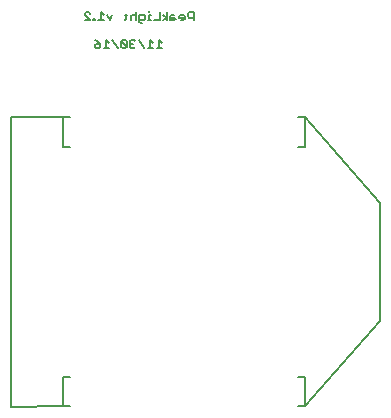
<source format=gbo>
G75*
G70*
%OFA0B0*%
%FSLAX24Y24*%
%IPPOS*%
%LPD*%
%AMOC8*
5,1,8,0,0,1.08239X$1,22.5*
%
%ADD10C,0.0050*%
%ADD11C,0.0080*%
D10*
X010352Y017163D02*
X010307Y017208D01*
X010307Y017253D01*
X010352Y017298D01*
X010487Y017298D01*
X010487Y017208D01*
X010442Y017163D01*
X010352Y017163D01*
X010487Y017298D02*
X010397Y017388D01*
X010307Y017433D01*
X010692Y017433D02*
X010692Y017163D01*
X010782Y017163D02*
X010602Y017163D01*
X010782Y017343D02*
X010692Y017433D01*
X010897Y017433D02*
X011077Y017163D01*
X011191Y017208D02*
X011191Y017388D01*
X011371Y017208D01*
X011326Y017163D01*
X011236Y017163D01*
X011191Y017208D01*
X011191Y017388D02*
X011236Y017433D01*
X011326Y017433D01*
X011371Y017388D01*
X011371Y017208D01*
X011486Y017208D02*
X011531Y017163D01*
X011621Y017163D01*
X011666Y017208D01*
X011576Y017298D02*
X011531Y017298D01*
X011486Y017253D01*
X011486Y017208D01*
X011531Y017298D02*
X011486Y017343D01*
X011486Y017388D01*
X011531Y017433D01*
X011621Y017433D01*
X011666Y017388D01*
X011781Y017433D02*
X011961Y017163D01*
X012075Y017163D02*
X012255Y017163D01*
X012165Y017163D02*
X012165Y017433D01*
X012255Y017343D01*
X012370Y017163D02*
X012550Y017163D01*
X012460Y017163D02*
X012460Y017433D01*
X012550Y017343D01*
X012581Y018088D02*
X012716Y018178D01*
X012581Y018268D01*
X012471Y018358D02*
X012471Y018088D01*
X012290Y018088D01*
X012176Y018088D02*
X012086Y018088D01*
X012131Y018088D02*
X012131Y018268D01*
X012176Y018268D01*
X012131Y018358D02*
X012131Y018403D01*
X011979Y018223D02*
X011979Y018133D01*
X011934Y018088D01*
X011799Y018088D01*
X011799Y018042D02*
X011799Y018268D01*
X011934Y018268D01*
X011979Y018223D01*
X011889Y017997D02*
X011844Y017997D01*
X011799Y018042D01*
X011685Y018088D02*
X011685Y018358D01*
X011640Y018268D02*
X011550Y018268D01*
X011505Y018223D01*
X011505Y018088D01*
X011345Y018133D02*
X011345Y018313D01*
X011390Y018268D02*
X011300Y018268D01*
X011345Y018133D02*
X011300Y018088D01*
X011640Y018268D02*
X011685Y018223D01*
X010899Y018268D02*
X010809Y018088D01*
X010719Y018268D01*
X010604Y018268D02*
X010514Y018358D01*
X010514Y018088D01*
X010604Y018088D02*
X010424Y018088D01*
X010310Y018088D02*
X010265Y018088D01*
X010265Y018133D01*
X010310Y018133D01*
X010310Y018088D01*
X010162Y018088D02*
X009982Y018268D01*
X009982Y018313D01*
X010027Y018358D01*
X010117Y018358D01*
X010162Y018313D01*
X010162Y018088D02*
X009982Y018088D01*
X012716Y018088D02*
X012716Y018358D01*
X012831Y018223D02*
X012831Y018088D01*
X012966Y018088D01*
X013011Y018133D01*
X012966Y018178D01*
X012831Y018178D01*
X012831Y018223D02*
X012876Y018268D01*
X012966Y018268D01*
X013125Y018223D02*
X013125Y018178D01*
X013305Y018178D01*
X013305Y018223D02*
X013260Y018268D01*
X013170Y018268D01*
X013125Y018223D01*
X013170Y018088D02*
X013260Y018088D01*
X013305Y018133D01*
X013305Y018223D01*
X013420Y018223D02*
X013465Y018178D01*
X013600Y018178D01*
X013600Y018088D02*
X013600Y018358D01*
X013465Y018358D01*
X013420Y018313D01*
X013420Y018223D01*
D11*
X007500Y014848D02*
X007500Y005202D01*
X009258Y005215D01*
X009258Y006199D01*
X009474Y006199D01*
X009474Y005215D02*
X009258Y005215D01*
X017073Y005215D02*
X017329Y005215D01*
X017329Y006199D01*
X017073Y006199D01*
X017329Y005215D02*
X019829Y008069D01*
X019829Y012006D01*
X017329Y014860D01*
X017329Y013876D01*
X017073Y013876D01*
X017073Y014860D02*
X017329Y014860D01*
X009474Y014860D02*
X009258Y014860D01*
X009258Y013876D01*
X009474Y013876D01*
X009258Y014860D02*
X007500Y014848D01*
M02*

</source>
